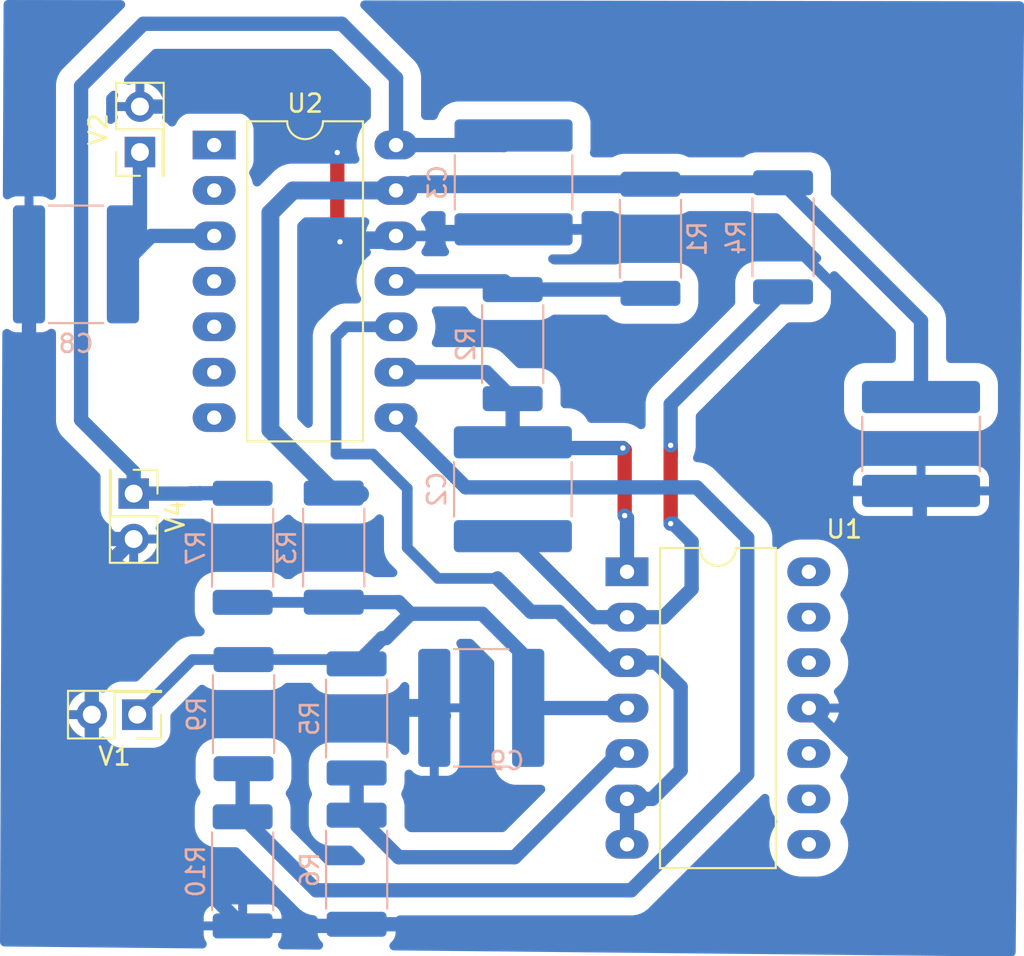
<source format=kicad_pcb>
(kicad_pcb (version 20240108) (generator "pcbnew") (generator_version "8.0")
  (layers (0 "F.Cu" signal) (31 "B.Cu" signal) (34 "B.Paste" user) (35 "F.Paste" user) (36 "B.SilkS" user "B.Silkscreen") (37 "F.SilkS" user "F.Silkscreen") (38 "B.Mask" user) (39 "F.Mask" user) (44 "Edge.Cuts" user))
  (net 0 "")
  (net 1 "GND")
  (net 2 "/v_cuad")
  (net 3 "Net-(U1A--)")
  (net 4 "/v_triang")
  (net 5 "/PWM")
  (net 6 "/Vdd")
  (net 7 "/Vlm")
  (net 8 "Net-(U2C-+)")
  (net 9 "Net-(U1B-+)")
  (net 10 "Net-(U2D--)")
  (net 12 "/ref_seg")
  (footprint "Connector_PinHeader_2.54mm:PinHeader_2x01_P2.54mm_Vertical" (layer "F.Cu") (at 38.37 129.47 90)
    (property "Reference" "V2" (at 1.27 -2.33 90) (layer "F.SilkS"))
    (property "Value" "10")
    (fp_line (start 3.87 -1.33) (end 3.87 1.33) (stroke (width 0.12)) (layer "F.SilkS"))
    (fp_line (start 1.27 -1.33) (end 3.87 -1.33) (stroke (width 0.12)) (layer "F.SilkS"))
    (fp_line (start -1.33 -1.33) (end 0 -1.33) (stroke (width 0.12)) (layer "F.SilkS"))
    (fp_line (start -1.33 0) (end -1.33 -1.33) (stroke (width 0.12)) (layer "F.SilkS"))
    (fp_line (start 1.27 1.27) (end 1.27 -1.33) (stroke (width 0.12)) (layer "F.SilkS"))
    (fp_line (start -1.33 1.27) (end 1.27 1.27) (stroke (width 0.12)) (layer "F.SilkS"))
    (fp_line (start -1.33 1.27) (end -1.33 1.33) (stroke (width 0.12)) (layer "F.SilkS"))
    (fp_line (start -1.33 1.33) (end 3.87 1.33) (stroke (width 0.12)) (layer "F.SilkS"))
    (pad "1" thru_hole rect (at 0 0 90) (size 1.7 1.7) (drill 1) (layers "*.Cu" "*.Mask") (net 7 "/Vlm"))
    (pad "2" thru_hole oval (at 2.54 0 90) (size 1.7 1.7) (drill 1) (layers "*.Cu" "*.Mask") (net 1 "GND"))
  )
  (footprint "Connector_PinHeader_2.54mm:PinHeader_2x01_P2.54mm_Vertical" (layer "F.Cu") (at 38.22 160.93 180)
    (property "Reference" "V1" (at 1.27 -2.33 0) (layer "F.SilkS"))
    (property "Value" "6")
    (fp_line (start 3.87 -1.33) (end 3.87 1.33) (stroke (width 0.12)) (layer "F.SilkS"))
    (fp_line (start 1.27 1.27) (end 1.27 -1.33) (stroke (width 0.12)) (layer "F.SilkS"))
    (fp_line (start 1.27 -1.33) (end 3.87 -1.33) (stroke (width 0.12)) (layer "F.SilkS"))
    (fp_line (start -1.33 1.33) (end 3.87 1.33) (stroke (width 0.12)) (layer "F.SilkS"))
    (fp_line (start -1.33 1.27) (end 1.27 1.27) (stroke (width 0.12)) (layer "F.SilkS"))
    (fp_line (start -1.33 1.27) (end -1.33 1.33) (stroke (width 0.12)) (layer "F.SilkS"))
    (fp_line (start -1.33 0) (end -1.33 -1.33) (stroke (width 0.12)) (layer "F.SilkS"))
    (fp_line (start -1.33 -1.33) (end 0 -1.33) (stroke (width 0.12)) (layer "F.SilkS"))
    (pad "1" thru_hole rect (at 0 0 180) (size 1.7 1.7) (drill 1) (layers "*.Cu" "*.Mask") (net 6 "/Vdd"))
    (pad "2" thru_hole oval (at 2.54 0 180) (size 1.7 1.7) (drill 1) (layers "*.Cu" "*.Mask") (net 1 "GND"))
  )
  (footprint "Connector_PinHeader_2.54mm:PinHeader_2x01_P2.54mm_Vertical" (layer "F.Cu") (at 38.02 148.57 -90)
    (property "Reference" "V4" (at 1.27 -2.33 -90) (layer "F.SilkS"))
    (property "Value" "36")
    (fp_line (start -1.33 1.33) (end 3.87 1.33) (stroke (width 0.12)) (layer "F.SilkS"))
    (fp_line (start -1.33 1.27) (end -1.33 1.33) (stroke (width 0.12)) (layer "F.SilkS"))
    (fp_line (start -1.33 1.27) (end 1.27 1.27) (stroke (width 0.12)) (layer "F.SilkS"))
    (fp_line (start 1.27 1.27) (end 1.27 -1.33) (stroke (width 0.12)) (layer "F.SilkS"))
    (fp_line (start -1.33 0) (end -1.33 -1.33) (stroke (width 0.12)) (layer "F.SilkS"))
    (fp_line (start -1.33 -1.33) (end 0 -1.33) (stroke (width 0.12)) (layer "F.SilkS"))
    (fp_line (start 1.27 -1.33) (end 3.87 -1.33) (stroke (width 0.12)) (layer "F.SilkS"))
    (fp_line (start 3.87 -1.33) (end 3.87 1.33) (stroke (width 0.12)) (layer "F.SilkS"))
    (pad "1" thru_hole rect (at 0 0 270) (size 1.7 1.7) (drill 1) (layers "*.Cu" "*.Mask") (net 5 "/PWM"))
    (pad "2" thru_hole oval (at 2.54 0 270) (size 1.7 1.7) (drill 1) (layers "*.Cu" "*.Mask") (net 1 "GND"))
  )
  (footprint "Package_DIP:DIP-14_W10.16mm_LongPads" (layer "F.Cu") (at 42.52 129.08)
    (property "Reference" "U2" (at 5.08 -2.33 0) (layer "F.SilkS"))
    (property "Value" "LM339")
    (fp_line (start 1.845 -1.33) (end 1.845 16.57) (stroke (width 0.12)) (layer "F.SilkS"))
    (fp_line (start 1.845 16.57) (end 8.315 16.57) (stroke (width 0.12)) (layer "F.SilkS"))
    (fp_line (start 4.08 -1.33) (end 1.845 -1.33) (stroke (width 0.12)) (layer "F.SilkS"))
    (fp_line (start 8.315 -1.33) (end 6.08 -1.33) (stroke (width 0.12)) (layer "F.SilkS"))
    (fp_line (start 8.315 16.57) (end 8.315 -1.33) (stroke (width 0.12)) (layer "F.SilkS"))
    (fp_arc (start 6.08 -1.33) (mid 5.08 -0.33) (end 4.08 -1.33) (stroke (width 0.12)) (layer "F.SilkS"))
    (pad "1" thru_hole rect (at 0 0) (size 2.4 1.6) (drill 0.8) (layers "*.Cu" "*.Mask"))
    (pad "2" thru_hole oval (at 0 2.54) (size 2.4 1.6) (drill 0.8) (layers "*.Cu" "*.Mask"))
    (pad "3" thru_hole oval (at 0 5.08) (size 2.4 1.6) (drill 0.8) (layers "*.Cu" "*.Mask") (net 7 "/Vlm"))
    (pad "4" thru_hole oval (at 0 7.62) (size 2.4 1.6) (drill 0.8) (layers "*.Cu" "*.Mask"))
    (pad "5" thru_hole oval (at 0 10.16) (size 2.4 1.6) (drill 0.8) (layers "*.Cu" "*.Mask"))
    (pad "6" thru_hole oval (at 0 12.7) (size 2.4 1.6) (drill 0.8) (layers "*.Cu" "*.Mask"))
    (pad "7" thru_hole oval (at 0 15.24) (size 2.4 1.6) (drill 0.8) (layers "*.Cu" "*.Mask"))
    (pad "8" thru_hole oval (at 10.16 15.24) (size 2.4 1.6) (drill 0.8) (layers "*.Cu" "*.Mask") (net 10 "Net-(U2D--)"))
    (pad "9" thru_hole oval (at 10.16 12.7) (size 2.4 1.6) (drill 0.8) (layers "*.Cu" "*.Mask") (net 4 "/v_triang"))
    (pad "10" thru_hole oval (at 10.16 10.16) (size 2.4 1.6) (drill 0.8) (layers "*.Cu" "*.Mask") (net 12 "/ref_seg"))
    (pad "11" thru_hole oval (at 10.16 7.62) (size 2.4 1.6) (drill 0.8) (layers "*.Cu" "*.Mask") (net 8 "Net-(U2C-+)"))
    (pad "12" thru_hole oval (at 10.16 5.08) (size 2.4 1.6) (drill 0.8) (layers "*.Cu" "*.Mask") (net 1 "GND"))
    (pad "13" thru_hole oval (at 10.16 2.54) (size 2.4 1.6) (drill 0.8) (layers "*.Cu" "*.Mask") (net 2 "/v_cuad"))
    (pad "14" thru_hole oval (at 10.16 0) (size 2.4 1.6) (drill 0.8) (layers "*.Cu" "*.Mask") (net 5 "/PWM"))
  )
  (footprint "Package_DIP:DIP-14_W10.16mm_LongPads" (layer "F.Cu") (at 65.59 152.94)
    (property "Reference" "U1" (at 12.14 -2.38 0) (layer "F.SilkS"))
    (property "Value" "Opamp_Quad")
    (fp_line (start 1.845 -1.33) (end 1.845 16.57) (stroke (width 0.12)) (layer "F.SilkS"))
    (fp_line (start 1.845 16.57) (end 8.315 16.57) (stroke (width 0.12)) (layer "F.SilkS"))
    (fp_line (start 4.08 -1.33) (end 1.845 -1.33) (stroke (width 0.12)) (layer "F.SilkS"))
    (fp_line (start 8.315 -1.33) (end 6.08 -1.33) (stroke (width 0.12)) (layer "F.SilkS"))
    (fp_line (start 8.315 16.57) (end 8.315 -1.33) (stroke (width 0.12)) (layer "F.SilkS"))
    (fp_arc (start 6.08 -1.33) (mid 5.08 -0.33) (end 4.08 -1.33) (stroke (width 0.12)) (layer "F.SilkS"))
    (pad "1" thru_hole rect (at 0 0) (size 2.4 1.6) (drill 0.8) (layers "*.Cu" "*.Mask") (net 4 "/v_triang"))
    (pad "2" thru_hole oval (at 0 2.54) (size 2.4 1.6) (drill 0.8) (layers "*.Cu" "*.Mask") (net 3 "Net-(U1A--)"))
    (pad "3" thru_hole oval (at 0 5.08) (size 2.4 1.6) (drill 0.8) (layers "*.Cu" "*.Mask") (net 12 "/ref_seg"))
    (pad "4" thru_hole oval (at 0 7.62) (size 2.4 1.6) (drill 0.8) (layers "*.Cu" "*.Mask") (net 6 "/Vdd"))
    (pad "5" thru_hole oval (at 0 10.16) (size 2.4 1.6) (drill 0.8) (layers "*.Cu" "*.Mask") (net 9 "Net-(U1B-+)"))
    (pad "6" thru_hole oval (at 0 12.7) (size 2.4 1.6) (drill 0.8) (layers "*.Cu" "*.Mask") (net 12 "/ref_seg"))
    (pad "7" thru_hole oval (at 0 15.24) (size 2.4 1.6) (drill 0.8) (layers "*.Cu" "*.Mask") (net 12 "/ref_seg"))
    (pad "8" thru_hole oval (at 10.16 15.24) (size 2.4 1.6) (drill 0.8) (layers "*.Cu" "*.Mask"))
    (pad "9" thru_hole oval (at 10.16 12.7) (size 2.4 1.6) (drill 0.8) (layers "*.Cu" "*.Mask"))
    (pad "10" thru_hole oval (at 10.16 10.16) (size 2.4 1.6) (drill 0.8) (layers "*.Cu" "*.Mask"))
    (pad "11" thru_hole oval (at 10.16 7.62) (size 2.4 1.6) (drill 0.8) (layers "*.Cu" "*.Mask") (net 1 "GND"))
    (pad "12" thru_hole oval (at 10.16 5.08) (size 2.4 1.6) (drill 0.8) (layers "*.Cu" "*.Mask"))
    (pad "13" thru_hole oval (at 10.16 2.54) (size 2.4 1.6) (drill 0.8) (layers "*.Cu" "*.Mask"))
    (pad "14" thru_hole oval (at 10.16 0) (size 2.4 1.6) (drill 0.8) (layers "*.Cu" "*.Mask"))
  )
  (footprint "Capacitor_SMD:C_2225_5664Metric_Pad1.80x6.60mm_HandSolder" (layer "B.Cu") (at 82.02 145.795 -90)
    (property "Reference" "C1" (hide yes))
    (property "Value" "100p")
    (fp_line (start 1.522369 3.285) (end -1.522369 3.285) (stroke (width 0.12)) (layer "B.SilkS"))
    (fp_line (start 1.522369 -3.285) (end -1.522369 -3.285) (stroke (width 0.12)) (layer "B.SilkS"))
    (pad "1" smd roundrect (at -2.625 0 270) (size 1.8 6.6) (layers "B.Cu" "B.Paste" "B.Mask") (roundrect_rratio 0.138889) (net 2 "/v_cuad"))
    (pad "2" smd roundrect (at 2.625 0 270) (size 1.8 6.6) (layers "B.Cu" "B.Paste" "B.Mask") (roundrect_rratio 0.138889) (net 1 "GND"))
  )
  (footprint "Resistor_SMD:R_2512_6332Metric_Pad1.40x3.35mm_HandSolder" (layer "B.Cu") (at 44.11 169.69 -90)
    (property "Reference" "R10" (at 0 2.62 90) (layer "B.SilkS") (effects (justify mirror)))
    (property "Value" "100k")
    (fp_line (start 2.177064 1.71) (end -2.177064 1.71) (stroke (width 0.12)) (layer "B.SilkS"))
    (fp_line (start 2.177064 -1.71) (end -2.177064 -1.71) (stroke (width 0.12)) (layer "B.SilkS"))
    (pad "1" smd roundrect (at -3.05 0 270) (size 1.4 3.35) (layers "B.Cu" "B.Paste" "B.Mask") (roundrect_rratio 0.178571) (net 10 "Net-(U2D--)"))
    (pad "2" smd roundrect (at 3.05 0 270) (size 1.4 3.35) (layers "B.Cu" "B.Paste" "B.Mask") (roundrect_rratio 0.178571) (net 1 "GND"))
  )
  (footprint "Resistor_SMD:R_2512_6332Metric_Pad1.40x3.35mm_HandSolder" (layer "B.Cu") (at 66.9 134.32 90)
    (property "Reference" "R1" (at 0 2.62 90) (layer "B.SilkS") (effects (justify mirror)))
    (property "Value" "2k")
    (fp_line (start 2.177064 -1.71) (end -2.177064 -1.71) (stroke (width 0.12)) (layer "B.SilkS"))
    (fp_line (start 2.177064 1.71) (end -2.177064 1.71) (stroke (width 0.12)) (layer "B.SilkS"))
    (pad "1" smd roundrect (at -3.05 0 90) (size 1.4 3.35) (layers "B.Cu" "B.Paste" "B.Mask") (roundrect_rratio 0.178571) (net 8 "Net-(U2C-+)"))
    (pad "2" smd roundrect (at 3.05 0 90) (size 1.4 3.35) (layers "B.Cu" "B.Paste" "B.Mask") (roundrect_rratio 0.178571) (net 2 "/v_cuad"))
  )
  (footprint "Resistor_SMD:R_2512_6332Metric_Pad1.40x3.35mm_HandSolder" (layer "B.Cu") (at 49.2 151.59 -90)
    (property "Reference" "R3" (at 0 2.62 90) (layer "B.SilkS") (effects (justify mirror)))
    (property "Value" "1k")
    (fp_line (start 2.177064 1.71) (end -2.177064 1.71) (stroke (width 0.12)) (layer "B.SilkS"))
    (fp_line (start 2.177064 -1.71) (end -2.177064 -1.71) (stroke (width 0.12)) (layer "B.SilkS"))
    (pad "1" smd roundrect (at -3.05 0 270) (size 1.4 3.35) (layers "B.Cu" "B.Paste" "B.Mask") (roundrect_rratio 0.178571) (net 2 "/v_cuad"))
    (pad "2" smd roundrect (at 3.05 0 270) (size 1.4 3.35) (layers "B.Cu" "B.Paste" "B.Mask") (roundrect_rratio 0.178571) (net 6 "/Vdd"))
  )
  (footprint "Capacitor_SMD:C_2225_5664Metric_Pad1.80x6.60mm_HandSolder" (layer "B.Cu") (at 34.795 135.75)
    (property "Reference" "C8" (at 0.005215 4.434785 360) (layer "B.SilkS") (effects (justify mirror)))
    (property "Value" "20n")
    (fp_line (start 1.522369 -3.285) (end -1.522369 -3.285) (stroke (width 0.12)) (layer "B.SilkS"))
    (fp_line (start 1.522369 3.285) (end -1.522369 3.285) (stroke (width 0.12)) (layer "B.SilkS"))
    (pad "1" smd roundrect (at -2.625 0) (size 1.8 6.6) (layers "B.Cu" "B.Paste" "B.Mask") (roundrect_rratio 0.138889) (net 1 "GND"))
    (pad "2" smd roundrect (at 2.625 0) (size 1.8 6.6) (layers "B.Cu" "B.Paste" "B.Mask") (roundrect_rratio 0.138889) (net 7 "/Vlm"))
  )
  (footprint "Resistor_SMD:R_2512_6332Metric_Pad1.40x3.35mm_HandSolder" (layer "B.Cu") (at 59.2 140.21 -90)
    (property "Reference" "R2" (at 0 2.62 90) (layer "B.SilkS") (effects (justify mirror)))
    (property "Value" "100")
    (fp_line (start 2.177064 1.71) (end -2.177064 1.71) (stroke (width 0.12)) (layer "B.SilkS"))
    (fp_line (start 2.177064 -1.71) (end -2.177064 -1.71) (stroke (width 0.12)) (layer "B.SilkS"))
    (pad "1" smd roundrect (at -3.05 0 270) (size 1.4 3.35) (layers "B.Cu" "B.Paste" "B.Mask") (roundrect_rratio 0.178571) (net 8 "Net-(U2C-+)"))
    (pad "2" smd roundrect (at 3.05 0 270) (size 1.4 3.35) (layers "B.Cu" "B.Paste" "B.Mask") (roundrect_rratio 0.178571) (net 4 "/v_triang"))
  )
  (footprint "Resistor_SMD:R_2512_6332Metric_Pad1.40x3.35mm_HandSolder" (layer "B.Cu") (at 44.11 151.6 -90)
    (property "Reference" "R7" (at 0 2.62 90) (layer "B.SilkS") (effects (justify mirror)))
    (property "Value" "5k")
    (fp_line (start 2.177064 1.71) (end -2.177064 1.71) (stroke (width 0.12)) (layer "B.SilkS"))
    (fp_line (start 2.177064 -1.71) (end -2.177064 -1.71) (stroke (width 0.12)) (layer "B.SilkS"))
    (pad "1" smd roundrect (at -3.05 0 270) (size 1.4 3.35) (layers "B.Cu" "B.Paste" "B.Mask") (roundrect_rratio 0.178571) (net 5 "/PWM"))
    (pad "2" smd roundrect (at 3.05 0 270) (size 1.4 3.35) (layers "B.Cu" "B.Paste" "B.Mask") (roundrect_rratio 0.178571) (net 6 "/Vdd"))
  )
  (footprint "Resistor_SMD:R_2512_6332Metric_Pad1.40x3.35mm_HandSolder" (layer "B.Cu") (at 44.16 160.9 -90)
    (property "Reference" "R9" (at 0 2.62 90) (layer "B.SilkS") (effects (justify mirror)))
    (property "Value" "100k")
    (fp_line (start 2.177064 1.71) (end -2.177064 1.71) (stroke (width 0.12)) (layer "B.SilkS"))
    (fp_line (start 2.177064 -1.71) (end -2.177064 -1.71) (stroke (width 0.12)) (layer "B.SilkS"))
    (pad "1" smd roundrect (at -3.05 0 270) (size 1.4 3.35) (layers "B.Cu" "B.Paste" "B.Mask") (roundrect_rratio 0.178571) (net 6 "/Vdd"))
    (pad "2" smd roundrect (at 3.05 0 270) (size 1.4 3.35) (layers "B.Cu" "B.Paste" "B.Mask") (roundrect_rratio 0.178571) (net 10 "Net-(U2D--)"))
  )
  (footprint "Capacitor_SMD:C_2225_5664Metric_Pad1.80x6.60mm_HandSolder" (layer "B.Cu") (at 59.21 148.325 -90)
    (property "Reference" "C2" (at 0 4.25 90) (layer "B.SilkS") (effects (justify mirror)))
    (property "Value" "100p")
    (fp_line (start 1.522369 3.285) (end -1.522369 3.285) (stroke (width 0.12)) (layer "B.SilkS"))
    (fp_line (start 1.522369 -3.285) (end -1.522369 -3.285) (stroke (width 0.12)) (layer "B.SilkS"))
    (pad "1" smd roundrect (at -2.625 0 270) (size 1.8 6.6) (layers "B.Cu" "B.Paste" "B.Mask") (roundrect_rratio 0.138889) (net 4 "/v_triang"))
    (pad "2" smd roundrect (at 2.625 0 270) (size 1.8 6.6) (layers "B.Cu" "B.Paste" "B.Mask") (roundrect_rratio 0.138889) (net 3 "Net-(U1A--)"))
  )
  (footprint "Resistor_SMD:R_2512_6332Metric_Pad1.40x3.35mm_HandSolder" (layer "B.Cu") (at 74.31 134.24 -90)
    (property "Reference" "R4" (at 0 2.62 90) (layer "B.SilkS") (effects (justify mirror)))
    (property "Value" "200")
    (fp_line (start 2.177064 1.71) (end -2.177064 1.71) (stroke (width 0.12)) (layer "B.SilkS"))
    (fp_line (start 2.177064 -1.71) (end -2.177064 -1.71) (stroke (width 0.12)) (layer "B.SilkS"))
    (pad "1" smd roundrect (at -3.05 0 270) (size 1.4 3.35) (layers "B.Cu" "B.Paste" "B.Mask") (roundrect_rratio 0.178571) (net 2 "/v_cuad"))
    (pad "2" smd roundrect (at 3.05 0 270) (size 1.4 3.35) (layers "B.Cu" "B.Paste" "B.Mask") (roundrect_rratio 0.178571) (net 3 "Net-(U1A--)"))
  )
  (footprint "Resistor_SMD:R_2512_6332Metric_Pad1.40x3.35mm_HandSolder" (layer "B.Cu") (at 50.48 169.6 -90)
    (property "Reference" "R6" (at 0 2.62 90) (layer "B.SilkS") (effects (justify mirror)))
    (property "Value" "100k")
    (fp_line (start 2.177064 1.71) (end -2.177064 1.71) (stroke (width 0.12)) (layer "B.SilkS"))
    (fp_line (start 2.177064 -1.71) (end -2.177064 -1.71) (stroke (width 0.12)) (layer "B.SilkS"))
    (pad "1" smd roundrect (at -3.05 0 270) (size 1.4 3.35) (layers "B.Cu" "B.Paste" "B.Mask") (roundrect_rratio 0.178571) (net 9 "Net-(U1B-+)"))
    (pad "2" smd roundrect (at 3.05 0 270) (size 1.4 3.35) (layers "B.Cu" "B.Paste" "B.Mask") (roundrect_rratio 0.178571) (net 1 "GND"))
  )
  (footprint "Resistor_SMD:R_2512_6332Metric_Pad1.40x3.35mm_HandSolder" (layer "B.Cu") (at 50.48 161.14 -90)
    (property "Reference" "R5" (at 0 2.62 90) (layer "B.SilkS") (effects (justify mirror)))
    (property "Value" "100k")
    (fp_line (start 2.177064 1.71) (end -2.177064 1.71) (stroke (width 0.12)) (layer "B.SilkS"))
    (fp_line (start 2.177064 -1.71) (end -2.177064 -1.71) (stroke (width 0.12)) (layer "B.SilkS"))
    (pad "1" smd roundrect (at -3.05 0 270) (size 1.4 3.35) (layers "B.Cu" "B.Paste" "B.Mask") (roundrect_rratio 0.178571) (net 6 "/Vdd"))
    (pad "2" smd roundrect (at 3.05 0 270) (size 1.4 3.35) (layers "B.Cu" "B.Paste" "B.Mask") (roundrect_rratio 0.178571) (net 9 "Net-(U1B-+)"))
  )
  (footprint "Capacitor_SMD:C_2225_5664Metric_Pad1.80x6.60mm_HandSolder" (layer "B.Cu") (at 57.445 160.55)
    (property "Reference" "C9" (at 1.43 2.96 0) (layer "B.SilkS") (effects (justify mirror)))
    (property "Value" "20n")
    (fp_line (start 1.522369 -3.285) (end -1.522369 -3.285) (stroke (width 0.12)) (layer "B.SilkS"))
    (fp_line (start 1.522369 3.285) (end -1.522369 3.285) (stroke (width 0.12)) (layer "B.SilkS"))
    (pad "1" smd roundrect (at -2.625 0) (size 1.8 6.6) (layers "B.Cu" "B.Paste" "B.Mask") (roundrect_rratio 0.138889) (net 1 "GND"))
    (pad "2" smd roundrect (at 2.625 0) (size 1.8 6.6) (layers "B.Cu" "B.Paste" "B.Mask") (roundrect_rratio 0.138889) (net 6 "/Vdd"))
  )
  (footprint "Capacitor_SMD:C_2225_5664Metric_Pad1.80x6.60mm_HandSolder" (layer "B.Cu") (at 59.25 131.17 -90)
    (property "Reference" "C3" (at 0 4.25 90) (layer "B.SilkS") (effects (justify mirror)))
    (property "Value" "1p")
    (fp_line (start 1.522369 3.285) (end -1.522369 3.285) (stroke (width 0.12)) (layer "B.SilkS"))
    (fp_line (start 1.522369 -3.285) (end -1.522369 -3.285) (stroke (width 0.12)) (layer "B.SilkS"))
    (pad "1" smd roundrect (at -2.625 0 270) (size 1.8 6.6) (layers "B.Cu" "B.Paste" "B.Mask") (roundrect_rratio 0.138889) (net 5 "/PWM"))
    (pad "2" smd roundrect (at 2.625 0 270) (size 1.8 6.6) (layers "B.Cu" "B.Paste" "B.Mask") (roundrect_rratio 0.138889) (net 1 "GND"))
  )
  (segment (start 49.4 129.5) (end 49.4 134.34) (width 0.8) (layer "F.Cu") (net 1))
  (segment (start 49.4 134.34) (end 49.55 134.49) (width 0.8) (layer "F.Cu") (net 1))
  (via (at 49.4 129.5) (size 0.6) (drill 0.3) (layers "F.Cu" "B.Cu") (net 1))
  (via (at 49.55 134.49) (size 0.6) (drill 0.3) (layers "F.Cu" "B.Cu") (net 1))
  (segment (start 36.4 153.59) (end 35.68 154.31) (width 0.8) (layer "B.Cu") (net 1))
  (segment (start 38.02 151.11) (end 36.4 152.73) (width 0.8) (layer "B.Cu") (net 1))
  (segment (start 36.817919 151.11) (end 32.17 146.462081) (width 0.8) (layer "B.Cu") (net 1))
  (segment (start 78.93 163.74) (end 75.75 160.56) (width 0.8) (layer "B.Cu") (net 1))
  (segment (start 78.93 163.74) (end 78.93 155.56) (width 0.8) (layer "B.Cu") (net 1))
  (segment (start 38.37 126.93) (end 47.59 126.93) (width 0.8) (layer "B.Cu") (net 1))
  (segment (start 50.48 172.65) (end 76.2 172.65) (width 0.8) (layer "B.Cu") (net 1))
  (segment (start 76.63 147.08) (end 77.97 148.42) (width 0.6) (layer "B.Cu") (net 1))
  (segment (start 47.59 126.93) (end 49.33 128.67) (width 0.8) (layer "B.Cu") (net 1))
  (segment (start 78.93 164.84) (end 78.93 163.74) (width 0.8) (layer "B.Cu") (net 1))
  (segment (start 38.02 151.11) (end 36.817919 151.11) (width 0.8) (layer "B.Cu") (net 1))
  (segment (start 58.885 134.16) (end 59.25 133.795) (width 0.6) (layer "B.Cu") (net 1))
  (segment (start 59.25 133.795) (end 72.935 133.795) (width 0.6) (layer "B.Cu") (net 1))
  (segment (start 76.63 141.87) (end 76.63 147.08) (width 0.6) (layer "B.Cu") (net 1))
  (segment (start 47.23 172.74) (end 50.39 172.74) (width 0.8) (layer "B.Cu") (net 1))
  (segment (start 78.97 138.77) (end 78.97 139.53) (width 0.6) (layer "B.Cu") (net 1))
  (segment (start 35.68 160.93) (end 35.68 164.31) (width 0.8) (layer "B.Cu") (net 1))
  (segment (start 49.33 128.67) (end 49.33 129.43) (width 0.8) (layer "B.Cu") (net 1))
  (segment (start 44.11 172.74) (end 47.23 172.74) (width 0.8) (layer "B.Cu") (net 1))
  (segment (start 36.4 152.73) (end 36.4 153.59) (width 0.8) (layer "B.Cu") (net 1))
  (segment (start 32.17 146.462081) (end 32.17 135.75) (width 0.8) (layer "B.Cu") (net 1))
  (segment (start 81.95 152.54) (end 81.95 148.49) (width 0.8) (layer "B.Cu") (net 1))
  (segment (start 43.1 160.55) (end 37.51 166.14) (width 1) (layer "B.Cu") (net 1))
  (segment (start 81.95 148.49) (end 82.02 148.42) (width 0.8) (layer "B.Cu") (net 1))
  (segment (start 52.35 134.49) (end 52.68 134.16) (width 0.8) (layer "B.Cu") (net 1))
  (segment (start 72.935 133.795) (end 74.36 135.22) (width 0.6) (layer "B.Cu") (net 1))
  (segment (start 49.55 134.49) (end 52.35 134.49) (width 0.8) (layer "B.Cu") (net 1))
  (segment (start 78.93 169.92) (end 78.93 164.84) (width 0.8) (layer "B.Cu") (net 1))
  (segment (start 52.68 134.16) (end 58.885 134.16) (width 0.6) (layer "B.Cu") (net 1))
  (segment (start 75.42 135.22) (end 78.97 138.77) (width 0.6) (layer "B.Cu") (net 1))
  (segment (start 50.39 172.74) (end 50.48 172.65) (width 0.8) (layer "B.Cu") (net 1))
  (segment (start 54.82 160.55) (end 43.1 160.55) (width 1) (layer "B.Cu") (net 1))
  (segment (start 35.68 164.31) (end 37.51 166.14) (width 0.8) (layer "B.Cu") (net 1))
  (segment (start 77.97 148.42) (end 82.02 148.42) (width 0.6) (layer "B.Cu") (net 1))
  (segment (start 37.51 166.14) (end 44.11 172.74) (width 0.8) (layer "B.Cu") (net 1))
  (segment (start 78.97 139.53) (end 76.63 141.87) (width 0.6) (layer "B.Cu") (net 1))
  (segment (start 49.33 129.43) (end 49.4 129.5) (width 0.8) (layer "B.Cu") (net 1))
  (segment (start 76.2 172.65) (end 78.93 169.92) (width 0.8) (layer "B.Cu") (net 1))
  (segment (start 55.26 160.99) (end 54.82 160.55) (width 1) (layer "B.Cu") (net 1))
  (segment (start 35.68 154.31) (end 35.68 160.93) (width 0.8) (layer "B.Cu") (net 1))
  (segment (start 74.36 135.22) (end 75.42 135.22) (width 0.6) (layer "B.Cu") (net 1))
  (segment (start 78.93 155.56) (end 81.95 152.54) (width 0.8) (layer "B.Cu") (net 1))
  (segment (start 53.65 131.27) (end 66.9 131.27) (width 1) (layer "B.Cu") (net 2))
  (segment (start 53.3 131.62) (end 53.65 131.27) (width 1) (layer "B.Cu") (net 2))
  (segment (start 52.68 131.62) (end 46.92 131.62) (width 1) (layer "B.Cu") (net 2))
  (segment (start 74.23 131.27) (end 74.31 131.19) (width 1) (layer "B.Cu") (net 2))
  (segment (start 50.53 148.6) (end 50.67 148.6) (width 1) (layer "B.Cu") (net 2))
  (segment (start 66.9 131.27) (end 74.23 131.27) (width 1) (layer "B.Cu") (net 2))
  (segment (start 82.02 138.9) (end 74.31 131.19) (width 0.8) (layer "B.Cu") (net 2))
  (segment (start 52.68 131.62) (end 53.3 131.62) (width 1) (layer "B.Cu") (net 2))
  (segment (start 45.66 145) (end 49.2 148.54) (width 1) (layer "B.Cu") (net 2))
  (segment (start 46.92 131.62) (end 45.66 132.88) (width 1) (layer "B.Cu") (net 2))
  (segment (start 82.02 143.17) (end 82.02 138.9) (width 0.8) (layer "B.Cu") (net 2))
  (segment (start 45.66 132.88) (end 45.66 145) (width 1) (layer "B.Cu") (net 2))
  (segment (start 68.03 145.87) (end 68.03 146.47) (width 0.8) (layer "F.Cu") (net 3))
  (segment (start 68.03 150.25) (end 68.03 145.87) (width 0.8) (layer "F.Cu") (net 3))
  (via (at 68.03 150.25) (size 0.6) (drill 0.3) (layers "F.Cu" "B.Cu") (net 3))
  (via (at 68.03 145.87) (size 0.6) (drill 0.3) (layers "F.Cu" "B.Cu") (net 3))
  (segment (start 68.03 145.87) (end 68.03 143.57) (width 0.8) (layer "B.Cu") (net 3))
  (segment (start 68.03 143.57) (end 74.31 137.29) (width 0.8) (layer "B.Cu") (net 3))
  (segment (start 63.74 155.48) (end 59.21 150.95) (width 0.8) (layer "B.Cu") (net 3))
  (segment (start 65.59 155.48) (end 63.74 155.48) (width 0.8) (layer "B.Cu") (net 3))
  (segment (start 69.2 153.9) (end 69.2 151.26) (width 0.8) (layer "B.Cu") (net 3))
  (segment (start 65.59 155.48) (end 67.62 155.48) (width 0.8) (layer "B.Cu") (net 3))
  (segment (start 67.62 155.48) (end 69.2 153.9) (width 0.8) (layer "B.Cu") (net 3))
  (segment (start 68.19 150.25) (end 68.03 150.25) (width 0.8) (layer "B.Cu") (net 3))
  (segment (start 69.2 151.26) (end 68.19 150.25) (width 0.8) (layer "B.Cu") (net 3))
  (segment (start 65.46 149.8) (end 65.46 146.12) (width 0.8) (layer "F.Cu") (net 4))
  (segment (start 65.46 146.12) (end 65.36 146.02) (width 0.8) (layer "F.Cu") (net 4))
  (via (at 65.46 149.8) (size 0.6) (drill 0.3) (layers "F.Cu" "B.Cu") (net 4))
  (via (at 65.36 146.02) (size 0.6) (drill 0.3) (layers "F.Cu" "B.Cu") (net 4))
  (segment (start 65.59 152.94) (end 65.59 149.93) (width 0.8) (layer "B.Cu") (net 4))
  (segment (start 57.72 141.78) (end 59.2 143.26) (width 0.8) (layer "B.Cu") (net 4))
  (segment (start 65.36 146.02) (end 59.53 146.02) (width 0.8) (layer "B.Cu") (net 4))
  (segment (start 59.53 146.02) (end 59.21 145.7) (width 0.8) (layer "B.Cu") (net 4))
  (segment (start 59.2 143.26) (end 59.2 145.69) (width 0.8) (layer "B.Cu") (net 4))
  (segment (start 65.59 149.93) (end 65.46 149.8) (width 0.8) (layer "B.Cu") (net 4))
  (segment (start 52.68 141.78) (end 57.72 141.78) (width 0.8) (layer "B.Cu") (net 4))
  (segment (start 59.2 145.69) (end 59.21 145.7) (width 0.8) (layer "B.Cu") (net 4))
  (segment (start 41.72 148.55) (end 41.7 148.57) (width 0.8) (layer "B.Cu") (net 5))
  (segment (start 44.11 148.55) (end 41.72 148.55) (width 0.8) (layer "B.Cu") (net 5))
  (segment (start 38.02 148.57) (end 38.02 147.38) (width 0.8) (layer "B.Cu") (net 5))
  (segment (start 41.72 148.55) (end 41.2 148.55) (width 0.8) (layer "B.Cu") (net 5))
  (segment (start 52.68 129.08) (end 58.715 129.08) (width 0.8) (layer "B.Cu") (net 5))
  (segment (start 58.715 129.08) (end 59.25 128.545) (width 0.8) (layer "B.Cu") (net 5))
  (segment (start 41.7 148.57) (end 38.02 148.57) (width 0.8) (layer "B.Cu") (net 5))
  (segment (start 52.68 125.33) (end 52.68 129.08) (width 0.8) (layer "B.Cu") (net 5))
  (segment (start 38.56 122.3) (end 49.65 122.3) (width 0.8) (layer "B.Cu") (net 5))
  (segment (start 38.02 147.38) (end 35.08 144.44) (width 0.8) (layer "B.Cu") (net 5))
  (segment (start 35.08 125.78) (end 38.56 122.3) (width 0.8) (layer "B.Cu") (net 5))
  (segment (start 35.08 144.44) (end 35.08 125.78) (width 0.8) (layer "B.Cu") (net 5))
  (segment (start 49.65 122.3) (end 52.68 125.33) (width 0.8) (layer "B.Cu") (net 5))
  (segment (start 49.19 154.65) (end 49.2 154.64) (width 0.6) (layer "B.Cu") (net 6))
  (segment (start 44.16 157.85) (end 41.3 157.85) (width 0.6) (layer "B.Cu") (net 6))
  (segment (start 53.48 155.29) (end 52.83 154.64) (width 0.8) (layer "B.Cu") (net 6))
  (segment (start 44.16 154.7) (end 44.11 154.65) (width 0.8) (layer "B.Cu") (net 6))
  (segment (start 53.48 155.29) (end 52.12 156.65) (width 0.8) (layer "B.Cu") (net 6))
  (segment (start 52.83 154.64) (end 49.2 154.64) (width 0.8) (layer "B.Cu") (net 6))
  (segment (start 52.12 156.65) (end 51.92 156.65) (width 0.8) (layer "B.Cu") (net 6))
  (segment (start 50.24 157.85) (end 50.48 158.09) (width 0.6) (layer "B.Cu") (net 6))
  (segment (start 60.08 160.56) (end 60.07 160.55) (width 0.8) (layer "B.Cu") (net 6))
  (segment (start 65.59 160.56) (end 60.08 160.56) (width 0.8) (layer "B.Cu") (net 6))
  (segment (start 41.3 157.85) (end 38.22 160.93) (width 0.6) (layer "B.Cu") (net 6))
  (segment (start 57.5 155.29) (end 53.48 155.29) (width 0.8) (layer "B.Cu") (net 6))
  (segment (start 44.11 157.8) (end 44.16 157.85) (width 0.6) (layer "B.Cu") (net 6))
  (segment (start 60.07 157.86) (end 57.5 155.29) (width 0.8) (layer "B.Cu") (net 6))
  (segment (start 44.11 154.65) (end 49.19 154.65) (width 0.6) (layer "B.Cu") (net 6))
  (segment (start 51.92 156.65) (end 50.48 158.09) (width 0.8) (layer "B.Cu") (net 6))
  (segment (start 44.16 157.85) (end 50.24 157.85) (width 0.6) (layer "B.Cu") (net 6))
  (segment (start 38.37 134.8) (end 37.42 135.75) (width 0.8) (layer "B.Cu") (net 7))
  (segment (start 38.37 129.47) (end 38.37 134.8) (width 0.8) (layer "B.Cu") (net 7))
  (segment (start 39.01 134.16) (end 37.42 135.75) (width 0.8) (layer "B.Cu") (net 7))
  (segment (start 42.52 134.16) (end 39.01 134.16) (width 0.8) (layer "B.Cu") (net 7))
  (segment (start 66.69 137.16) (end 66.9 137.37) (width 0.8) (layer "B.Cu") (net 8))
  (segment (start 58.74 136.7) (end 59.2 137.16) (width 0.8) (layer "B.Cu") (net 8))
  (segment (start 59.2 137.16) (end 66.69 137.16) (width 0.8) (layer "B.Cu") (net 8))
  (segment (start 52.68 136.7) (end 58.74 136.7) (width 0.8) (layer "B.Cu") (net 8))
  (segment (start 65.11 163.1) (end 59.31 168.9) (width 0.8) (layer "B.Cu") (net 9))
  (segment (start 50.48 166.55) (end 50.48 164.19) (width 0.8) (layer "B.Cu") (net 9))
  (segment (start 65.59 163.1) (end 65.11 163.1) (width 0.8) (layer "B.Cu") (net 9))
  (segment (start 59.31 168.9) (end 52.83 168.9) (width 0.8) (layer "B.Cu") (net 9))
  (segment (start 52.83 168.9) (end 50.48 166.55) (width 0.8) (layer "B.Cu") (net 9))
  (segment (start 65.82 170.75) (end 72.31 164.26) (width 0.8) (layer "B.Cu") (net 10))
  (segment (start 48.22 170.75) (end 65.82 170.75) (width 0.8) (layer "B.Cu") (net 10))
  (segment (start 56.58 148.22) (end 52.68 144.32) (width 0.8) (layer "B.Cu") (net 10))
  (segment (start 69.49 148.22) (end 56.58 148.22) (width 0.8) (layer "B.Cu") (net 10))
  (segment (start 44.11 166.64) (end 48.22 170.75) (width 0.8) (layer "B.Cu") (net 10))
  (segment (start 72.31 151.04) (end 69.49 148.22) (width 0.8) (layer "B.Cu") (net 10))
  (segment (start 72.31 164.26) (end 72.31 151.04) (width 0.8) (layer "B.Cu") (net 10))
  (segment (start 44.11 166.64) (end 44.11 164) (width 0.8) (layer "B.Cu") (net 10))
  (segment (start 44.11 164) (end 44.16 163.95) (width 0.8) (layer "B.Cu") (net 10))
  (segment (start 55.02 153.31) (end 53.31 151.6) (width 0.6) (layer "B.Cu") (net 12))
  (segment (start 49.33 146.36) (end 49.33 139.8) (width 0.6) (layer "B.Cu") (net 12))
  (segment (start 49.33 139.8) (end 49.89 139.24) (width 0.6) (layer "B.Cu") (net 12))
  (segment (start 65.59 158.02) (end 64.62 158.02) (width 0.8) (layer "B.Cu") (net 12))
  (segment (start 65.59 168.18) (end 65.59 165.64) (width 0.8) (layer "B.Cu") (net 12))
  (segment (start 60.22 155.18) (end 58.35 153.31) (width 0.8) (layer "B.Cu") (net 12))
  (segment (start 64.62 158.02) (end 61.78 155.18) (width 0.8) (layer "B.Cu") (net 12))
  (segment (start 68.59 164.05) (end 68.59 159.38) (width 0.8) (layer "B.Cu") (net 12))
  (segment (start 49.89 139.24) (end 52.68 139.24) (width 0.6) (layer "B.Cu") (net 12))
  (segment (start 65.59 165.64) (end 67 165.64) (width 0.8) (layer "B.Cu") (net 12))
  (segment (start 53.31 148.28) (end 51.39 146.36) (width 0.6) (layer "B.Cu") (net 12))
  (segment (start 67 165.64) (end 68.59 164.05) (width 0.8) (layer "B.Cu") (net 12))
  (segment (start 61.78 155.18) (end 60.22 155.18) (width 0.8) (layer "B.Cu") (net 12))
  (segment (start 51.39 146.36) (end 49.33 146.36) (width 0.6) (layer "B.Cu") (net 12))
  (segment (start 53.31 151.6) (end 53.31 148.28) (width 0.6) (layer "B.Cu") (net 12))
  (segment (start 58.35 153.31) (end 55.02 153.31) (width 0.6) (layer "B.Cu") (net 12))
  (segment (start 68.59 159.38) (end 67.23 158.02) (width 0.8) (layer "B.Cu") (net 12))
  (segment (start 67.23 158.02) (end 65.59 158.02) (width 0.8) (layer "B.Cu") (net 12))
  (zone (net 1) (net_name "GND") (layer "B.Cu") (connect_pads (clearance 1)) (min_thickness 0.5) (fill yes (thermal_gap 0.5) (thermal_bridge_width 0.5))
    (polygon (pts (xy 30.75 120.97) (xy 87.79 121.04) (xy 87.31 174.46) (xy 30.55 173.89)))
  )
)
</source>
